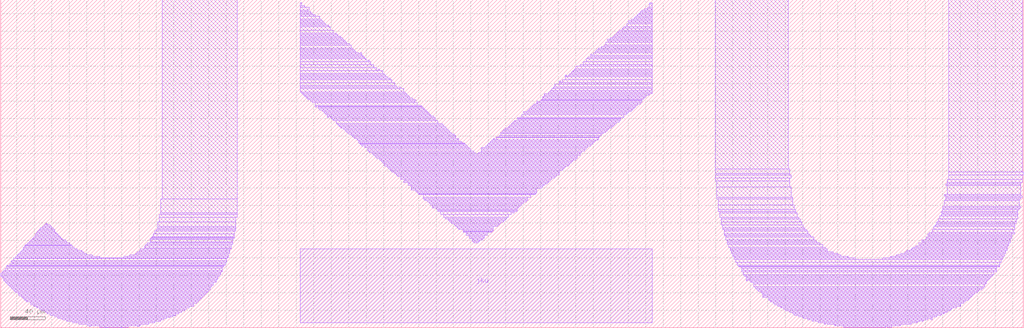
<source format=lef>
VERSION 5.7 ;
  NOWIREEXTENSIONATPIN ON ;
  DIVIDERCHAR "/" ;
  BUSBITCHARS "[]" ;
MACRO jku_logo
  CLASS BLOCK ;
  FOREIGN jku_logo ;
  ORIGIN -1.690 0.000 ;
  SIZE 1170.880 BY 376.070 ;
  PIN jku
    DIRECTION INPUT ;
    USE SIGNAL ;
    PORT
      LAYER met4 ;
        RECT 541.715 90.355 545.140 90.360 ;
        RECT 344.570 5.505 747.425 90.355 ;
    END
  END jku
  OBS
      LAYER met4 ;
        RECT 186.855 147.495 272.570 376.070 ;
        RECT 344.570 369.140 346.285 372.605 ;
        RECT 744.780 371.250 747.425 372.605 ;
        RECT 344.570 367.410 349.715 369.140 ;
        RECT 744.000 367.410 747.425 371.250 ;
        RECT 344.570 363.950 354.855 367.410 ;
        RECT 742.285 365.680 747.425 367.410 ;
        RECT 738.855 363.950 747.425 365.680 ;
        RECT 344.570 362.215 353.140 363.950 ;
        RECT 735.425 362.215 747.425 363.950 ;
        RECT 344.570 360.485 356.570 362.215 ;
        RECT 733.715 360.485 747.425 362.215 ;
        RECT 344.570 358.755 358.285 360.485 ;
        RECT 732.000 358.755 747.425 360.485 ;
        RECT 344.570 357.020 361.715 358.755 ;
        RECT 730.285 357.020 747.425 358.755 ;
        RECT 344.570 353.560 366.855 357.020 ;
        RECT 728.570 355.290 747.425 357.020 ;
        RECT 726.855 353.560 747.425 355.290 ;
        RECT 344.570 351.825 368.570 353.560 ;
        RECT 723.425 351.825 747.425 353.560 ;
        RECT 344.570 350.095 370.285 351.825 ;
        RECT 720.000 350.095 747.425 351.825 ;
        RECT 344.570 348.365 372.000 350.095 ;
        RECT 721.715 348.365 747.425 350.095 ;
        RECT 344.570 346.630 373.715 348.365 ;
        RECT 344.570 344.900 377.140 346.630 ;
        RECT 718.285 344.900 747.425 348.365 ;
        RECT 344.570 341.435 378.855 344.900 ;
        RECT 714.855 343.170 747.425 344.900 ;
        RECT 713.140 341.435 747.425 343.170 ;
        RECT 344.570 337.975 382.285 341.435 ;
        RECT 709.715 339.705 747.425 341.435 ;
        RECT 708.000 337.975 747.425 339.705 ;
        RECT 344.570 336.240 385.715 337.975 ;
        RECT 706.285 336.240 747.425 337.975 ;
        RECT 344.570 334.510 387.425 336.240 ;
        RECT 704.570 334.510 747.425 336.240 ;
        RECT 344.570 332.780 390.855 334.510 ;
        RECT 702.855 332.780 747.425 334.510 ;
        RECT 344.570 331.045 392.570 332.780 ;
        RECT 699.425 331.045 747.425 332.780 ;
        RECT 344.570 329.315 394.285 331.045 ;
        RECT 696.000 329.315 747.425 331.045 ;
        RECT 344.570 327.585 396.000 329.315 ;
        RECT 697.715 327.585 747.425 329.315 ;
        RECT 344.570 325.850 397.715 327.585 ;
        RECT 344.570 324.120 401.140 325.850 ;
        RECT 694.285 324.120 747.425 327.585 ;
        RECT 344.570 320.660 402.855 324.120 ;
        RECT 692.570 322.390 747.425 324.120 ;
        RECT 689.140 320.660 747.425 322.390 ;
        RECT 344.570 318.925 404.570 320.660 ;
        RECT 685.715 318.925 747.425 320.660 ;
        RECT 344.570 317.195 406.285 318.925 ;
        RECT 684.000 317.195 747.425 318.925 ;
        RECT 344.570 315.465 408.000 317.195 ;
        RECT 682.285 315.465 747.425 317.195 ;
        RECT 344.570 313.730 411.425 315.465 ;
        RECT 413.140 313.730 414.855 315.465 ;
        RECT 344.570 312.000 414.855 313.730 ;
        RECT 677.140 312.000 678.855 313.730 ;
        RECT 680.570 312.000 747.425 315.465 ;
        RECT 344.570 310.270 416.570 312.000 ;
        RECT 677.140 310.270 747.425 312.000 ;
        RECT 344.570 308.535 418.285 310.270 ;
        RECT 673.715 308.535 747.425 310.270 ;
        RECT 344.570 305.075 420.000 308.535 ;
        RECT 421.715 305.075 423.425 306.805 ;
        RECT 672.000 305.075 747.425 308.535 ;
        RECT 344.570 301.610 425.140 305.075 ;
        RECT 668.570 301.610 747.425 305.075 ;
        RECT 344.570 298.145 428.570 301.610 ;
        RECT 665.140 299.880 747.425 301.610 ;
        RECT 344.570 294.685 432.000 298.145 ;
        RECT 660.000 296.415 747.425 299.880 ;
        RECT 433.715 294.685 435.425 296.415 ;
        RECT 658.285 294.685 747.425 296.415 ;
        RECT 344.570 291.220 438.855 294.685 ;
        RECT 656.570 292.950 747.425 294.685 ;
        RECT 654.855 291.220 747.425 292.950 ;
        RECT 344.570 289.490 440.570 291.220 ;
        RECT 653.140 289.490 747.425 291.220 ;
        RECT 344.570 287.755 442.285 289.490 ;
        RECT 648.000 287.755 649.715 289.490 ;
        RECT 651.425 287.755 747.425 289.490 ;
        RECT 344.570 286.025 444.000 287.755 ;
        RECT 344.570 284.295 447.425 286.025 ;
        RECT 648.000 284.295 747.425 287.755 ;
        RECT 344.570 280.830 449.140 284.295 ;
        RECT 641.140 280.830 642.855 282.560 ;
        RECT 644.570 280.830 747.425 284.295 ;
        RECT 344.570 277.365 452.570 280.830 ;
        RECT 641.140 279.100 747.425 280.830 ;
        RECT 344.570 275.635 454.285 277.365 ;
        RECT 636.000 275.635 747.425 279.100 ;
        RECT 344.570 273.905 456.000 275.635 ;
        RECT 457.715 273.905 459.425 275.635 ;
        RECT 634.285 273.905 747.425 275.635 ;
        RECT 344.570 270.440 462.855 273.905 ;
        RECT 632.570 272.175 747.425 273.905 ;
        RECT 630.855 270.440 747.425 272.175 ;
        RECT 346.285 268.710 464.570 270.440 ;
        RECT 629.140 268.710 747.425 270.440 ;
        RECT 348.000 266.980 466.285 268.710 ;
        RECT 624.000 266.980 744.000 268.710 ;
        RECT 349.715 265.245 468.000 266.980 ;
        RECT 624.000 265.280 740.930 266.980 ;
        RECT 624.000 265.245 738.855 265.280 ;
        RECT 351.425 263.515 469.715 265.245 ;
        RECT 622.285 263.515 738.855 265.245 ;
        RECT 353.140 261.785 473.140 263.515 ;
        RECT 622.285 261.785 737.140 263.515 ;
        RECT 356.570 260.050 476.570 261.785 ;
        RECT 620.570 260.790 735.425 261.785 ;
        RECT 620.570 260.050 735.410 260.790 ;
        RECT 358.285 258.320 474.855 260.050 ;
        RECT 615.425 258.320 617.140 260.050 ;
        RECT 618.855 258.320 735.410 260.050 ;
        RECT 361.715 254.855 478.285 258.320 ;
        RECT 615.425 256.590 733.715 258.320 ;
        RECT 612.000 254.855 730.285 256.590 ;
        RECT 361.715 253.125 363.425 254.855 ;
        RECT 365.140 253.410 483.425 254.855 ;
        RECT 365.140 253.125 483.430 253.410 ;
        RECT 610.285 253.125 728.570 254.855 ;
        RECT 365.140 251.395 485.140 253.125 ;
        RECT 608.570 251.395 726.855 253.125 ;
        RECT 366.855 249.660 486.855 251.395 ;
        RECT 606.855 249.660 725.140 251.395 ;
        RECT 370.285 247.930 488.570 249.660 ;
        RECT 605.140 247.930 723.425 249.660 ;
        RECT 372.000 246.200 490.285 247.930 ;
        RECT 600.000 246.200 720.000 247.930 ;
        RECT 373.715 244.465 492.000 246.200 ;
        RECT 601.715 244.465 718.285 246.200 ;
        RECT 375.425 242.735 493.715 244.465 ;
        RECT 375.425 241.005 377.140 242.735 ;
        RECT 378.855 241.005 497.140 242.735 ;
        RECT 598.285 241.005 714.855 244.465 ;
        RECT 380.570 239.270 498.855 241.005 ;
        RECT 593.140 240.070 711.425 241.005 ;
        RECT 593.140 239.270 711.190 240.070 ;
        RECT 382.285 237.540 498.855 239.270 ;
        RECT 594.855 237.540 711.190 239.270 ;
        RECT 385.715 234.075 502.285 237.540 ;
        RECT 589.715 235.810 709.715 237.540 ;
        RECT 588.000 234.075 706.285 235.810 ;
        RECT 387.425 232.350 507.425 234.075 ;
        RECT 387.425 232.345 507.430 232.350 ;
        RECT 586.285 232.345 704.570 234.075 ;
        RECT 389.140 230.615 509.140 232.345 ;
        RECT 584.570 230.615 702.855 232.345 ;
        RECT 390.855 228.885 510.855 230.615 ;
        RECT 582.855 228.885 701.140 230.615 ;
        RECT 394.285 227.150 512.570 228.885 ;
        RECT 579.425 227.150 697.715 228.885 ;
        RECT 396.000 225.420 514.285 227.150 ;
        RECT 577.715 225.420 696.000 227.150 ;
        RECT 397.715 223.690 516.000 225.420 ;
        RECT 576.000 223.690 694.285 225.420 ;
        RECT 399.425 221.955 517.715 223.690 ;
        RECT 574.285 222.550 691.550 223.690 ;
        RECT 399.425 221.910 401.140 221.955 ;
        RECT 402.855 220.225 521.140 221.955 ;
        RECT 574.285 220.225 689.140 222.550 ;
        RECT 404.570 218.495 522.855 220.225 ;
        RECT 572.570 218.495 687.060 220.225 ;
        RECT 406.285 216.760 522.855 218.495 ;
        RECT 569.140 218.160 687.060 218.495 ;
        RECT 409.715 215.030 526.285 216.760 ;
        RECT 565.715 215.030 567.425 216.760 ;
        RECT 569.140 215.030 685.715 218.160 ;
        RECT 411.425 213.300 526.285 215.030 ;
        RECT 564.000 213.300 682.285 215.030 ;
        RECT 411.425 211.565 529.715 213.300 ;
        RECT 562.285 211.565 680.570 213.300 ;
        RECT 412.760 211.100 533.140 211.565 ;
        RECT 413.140 209.835 533.140 211.100 ;
        RECT 560.570 209.835 678.855 211.565 ;
        RECT 414.855 208.105 416.570 209.835 ;
        RECT 418.285 208.105 534.855 209.835 ;
        RECT 558.855 208.105 677.140 209.835 ;
        RECT 418.285 206.370 536.570 208.105 ;
        RECT 557.140 206.370 673.715 208.105 ;
        RECT 421.715 204.640 538.285 206.370 ;
        RECT 552.000 204.640 672.000 206.370 ;
        RECT 421.715 202.910 540.000 204.640 ;
        RECT 552.000 202.910 670.285 204.640 ;
        RECT 423.425 201.175 543.425 202.910 ;
        RECT 552.000 201.175 666.855 202.910 ;
        RECT 426.855 199.445 545.140 201.175 ;
        RECT 548.570 199.445 665.140 201.175 ;
        RECT 428.570 197.715 665.140 199.445 ;
        RECT 430.285 195.980 661.715 197.715 ;
        RECT 663.425 197.650 665.140 197.715 ;
        RECT 432.000 194.250 661.715 195.980 ;
        RECT 435.425 192.520 660.000 194.250 ;
        RECT 437.140 190.785 656.570 192.520 ;
        RECT 438.855 189.055 654.855 190.785 ;
        RECT 440.570 187.240 653.140 189.055 ;
        RECT 440.570 185.595 651.700 187.240 ;
        RECT 444.000 183.860 648.000 185.595 ;
        RECT 445.715 182.130 646.285 183.860 ;
        RECT 819.425 182.130 903.425 376.070 ;
        RECT 447.425 180.400 644.570 182.130 ;
        RECT 449.140 178.665 641.140 180.400 ;
        RECT 452.570 176.935 641.140 178.665 ;
        RECT 819.425 176.935 905.140 182.130 ;
        RECT 454.285 175.205 641.140 176.935 ;
        RECT 821.140 175.205 905.140 176.935 ;
        RECT 1086.855 178.665 1170.855 376.070 ;
        RECT 1086.855 175.205 1172.570 178.665 ;
        RECT 456.000 173.470 637.715 175.205 ;
        RECT 459.425 171.770 636.000 173.470 ;
        RECT 459.425 170.010 632.570 171.770 ;
        RECT 634.285 171.740 636.000 171.770 ;
        RECT 819.425 171.740 906.855 175.205 ;
        RECT 464.570 168.275 630.855 170.010 ;
        RECT 819.425 168.275 905.140 171.740 ;
        RECT 1086.855 170.010 1170.855 175.205 ;
        RECT 462.855 166.545 629.140 168.275 ;
        RECT 468.000 164.815 627.425 166.545 ;
        RECT 468.000 163.080 624.000 164.815 ;
        RECT 471.425 161.350 622.285 163.080 ;
        RECT 821.140 161.350 905.140 168.275 ;
        RECT 1085.140 166.545 1170.855 170.010 ;
        RECT 1085.140 164.815 1169.140 166.545 ;
        RECT 1083.425 163.080 1169.140 164.815 ;
        RECT 471.425 159.620 620.570 161.350 ;
        RECT 471.425 157.885 615.425 159.620 ;
        RECT 476.570 156.155 615.425 157.885 ;
        RECT 478.285 154.425 615.520 156.155 ;
        RECT 480.000 153.680 613.920 154.425 ;
        RECT 480.000 152.690 613.715 153.680 ;
        RECT 485.140 149.230 608.570 152.690 ;
        RECT 821.140 149.230 906.855 161.350 ;
        RECT 1085.140 152.690 1169.140 163.080 ;
        RECT 1081.715 150.960 1169.140 152.690 ;
        RECT 1083.425 149.230 1170.855 150.960 ;
        RECT 485.140 147.495 605.140 149.230 ;
        RECT 821.140 147.495 908.570 149.230 ;
        RECT 185.140 131.915 272.570 147.495 ;
        RECT 486.855 145.765 605.140 147.495 ;
        RECT 490.285 144.035 603.425 145.765 ;
        RECT 492.000 142.305 600.000 144.035 ;
        RECT 493.715 140.570 598.285 142.305 ;
        RECT 822.855 140.570 908.570 147.495 ;
        RECT 1083.425 147.495 1169.140 149.230 ;
        RECT 1083.425 145.765 1167.425 147.495 ;
        RECT 495.425 138.840 596.570 140.570 ;
        RECT 495.425 137.110 594.855 138.840 ;
        RECT 500.570 135.375 593.280 137.110 ;
        RECT 502.285 134.470 593.280 135.375 ;
        RECT 822.855 135.375 910.285 140.570 ;
        RECT 1081.715 138.840 1167.425 145.765 ;
        RECT 1080.000 137.110 1169.140 138.840 ;
        RECT 1080.000 135.375 1167.425 137.110 ;
        RECT 502.285 133.645 593.140 134.470 ;
        RECT 822.855 133.645 912.000 135.375 ;
        RECT 1080.000 133.645 1165.715 135.375 ;
        RECT 185.140 130.180 272.600 131.915 ;
        RECT 505.715 130.180 586.285 133.645 ;
        RECT 588.000 131.915 589.715 133.645 ;
        RECT 824.570 131.915 912.000 133.645 ;
        RECT 1078.285 131.915 1165.715 133.645 ;
        RECT 183.425 126.720 272.570 130.180 ;
        RECT 509.140 126.720 582.855 130.180 ;
        RECT 824.570 126.720 913.715 131.915 ;
        RECT 1080.000 130.180 1165.715 131.915 ;
        RECT 1078.285 128.450 1165.715 130.180 ;
        RECT 183.425 121.525 270.855 126.720 ;
        RECT 510.855 124.985 581.140 126.720 ;
        RECT 826.285 124.985 915.425 126.720 ;
        RECT 1076.570 124.985 1165.715 128.450 ;
        RECT 514.285 123.255 579.425 124.985 ;
        RECT 516.000 121.525 577.715 123.255 ;
        RECT 826.285 121.525 917.140 124.985 ;
        RECT 1074.855 121.525 1164.000 124.985 ;
        RECT 53.140 118.060 54.855 119.790 ;
        RECT 51.425 116.330 58.285 118.060 ;
        RECT 181.715 116.330 270.855 121.525 ;
        RECT 517.715 119.790 574.285 121.525 ;
        RECT 521.140 118.060 572.570 119.790 ;
        RECT 826.285 118.060 918.855 121.525 ;
        RECT 1073.140 119.790 1164.000 121.525 ;
        RECT 1073.140 118.060 1162.285 119.790 ;
        RECT 522.855 116.330 570.855 118.060 ;
        RECT 49.715 114.610 60.000 116.330 ;
        RECT 47.190 114.595 60.000 114.610 ;
        RECT 181.660 114.595 270.855 116.330 ;
        RECT 524.570 114.595 565.715 116.330 ;
        RECT 47.190 112.865 61.715 114.595 ;
        RECT 181.715 112.865 270.855 114.595 ;
        RECT 526.285 112.865 565.715 114.595 ;
        RECT 828.000 114.595 920.570 118.060 ;
        RECT 1071.425 116.330 1162.285 118.060 ;
        RECT 828.000 112.865 922.285 114.595 ;
        RECT 1069.715 112.865 1162.285 116.330 ;
        RECT 45.910 111.190 63.425 112.865 ;
        RECT 44.100 109.400 63.425 111.190 ;
        RECT 180.000 111.135 270.855 112.865 ;
        RECT 531.425 111.135 565.715 112.865 ;
        RECT 829.715 111.135 924.000 112.865 ;
        RECT 42.855 107.670 65.140 109.400 ;
        RECT 178.285 107.760 269.140 111.135 ;
        RECT 531.425 110.340 564.270 111.135 ;
        RECT 531.425 109.400 564.000 110.340 ;
        RECT 178.285 107.670 268.980 107.760 ;
        RECT 534.855 107.670 558.855 109.400 ;
        RECT 41.140 106.110 66.855 107.670 ;
        RECT 41.130 105.940 66.855 106.110 ;
        RECT 41.130 104.205 68.570 105.940 ;
        RECT 176.570 104.205 268.980 107.670 ;
        RECT 534.550 105.940 558.855 107.670 ;
        RECT 829.715 107.670 925.715 111.135 ;
        RECT 1068.000 109.400 1160.570 112.865 ;
        RECT 1064.570 107.670 1162.285 109.400 ;
        RECT 829.715 105.940 927.425 107.670 ;
        RECT 1062.855 105.940 1158.855 107.670 ;
        RECT 538.285 104.205 555.425 105.940 ;
        RECT 831.425 104.205 929.140 105.940 ;
        RECT 1064.570 104.205 1158.855 105.940 ;
        RECT 39.425 102.475 70.285 104.205 ;
        RECT 174.855 103.340 268.980 104.205 ;
        RECT 174.855 102.475 269.140 103.340 ;
        RECT 538.060 102.475 555.470 104.205 ;
        RECT 37.715 100.745 72.000 102.475 ;
        RECT 173.140 101.430 267.425 102.475 ;
        RECT 36.000 99.130 75.900 100.745 ;
        RECT 36.000 99.015 77.140 99.130 ;
        RECT 34.285 97.280 77.140 99.015 ;
        RECT 173.040 98.280 267.425 101.430 ;
        RECT 541.715 100.745 553.715 102.475 ;
        RECT 831.425 100.745 932.570 104.205 ;
        RECT 1061.140 102.475 1158.855 104.205 ;
        RECT 1061.140 100.745 1157.140 102.475 ;
        RECT 541.715 99.015 550.285 100.745 ;
        RECT 833.140 99.015 934.285 100.745 ;
        RECT 1056.000 99.015 1157.140 100.745 ;
        RECT 173.140 97.280 267.425 98.280 ;
        RECT 543.425 97.280 548.570 99.015 ;
        RECT 833.140 97.280 936.000 99.015 ;
        RECT 1057.715 97.280 1157.140 99.015 ;
        RECT 32.570 95.550 80.570 97.280 ;
        RECT 169.715 95.550 267.425 97.280 ;
        RECT 833.140 95.580 939.425 97.280 ;
        RECT 833.140 95.550 939.450 95.580 ;
        RECT 1052.570 95.550 1155.425 97.280 ;
        RECT 30.220 94.620 82.285 95.550 ;
        RECT 29.140 93.820 82.285 94.620 ;
        RECT 168.000 93.820 265.715 95.550 ;
        RECT 29.140 92.085 84.000 93.820 ;
        RECT 27.425 90.355 85.715 92.085 ;
        RECT 166.360 91.480 265.715 93.820 ;
        RECT 834.855 92.085 942.855 95.550 ;
        RECT 1054.285 93.820 1155.425 95.550 ;
        RECT 1049.140 92.085 1153.715 93.820 ;
        RECT 166.285 90.355 265.715 91.480 ;
        RECT 836.570 90.355 946.285 92.085 ;
        RECT 1045.715 90.355 1153.715 92.085 ;
        RECT 27.425 88.625 89.140 90.355 ;
        RECT 161.140 88.920 264.000 90.355 ;
        RECT 25.715 86.890 94.285 88.625 ;
        RECT 160.630 86.890 264.000 88.920 ;
        RECT 836.570 88.625 948.000 90.355 ;
        RECT 1044.000 88.625 1153.715 90.355 ;
        RECT 24.000 85.160 96.000 86.890 ;
        RECT 157.715 85.160 264.000 86.890 ;
        RECT 838.285 86.890 948.000 88.625 ;
        RECT 1038.855 86.890 1152.000 88.625 ;
        RECT 838.285 85.160 954.855 86.890 ;
        RECT 1037.140 85.160 1152.000 86.890 ;
        RECT 22.285 83.430 99.425 85.160 ;
        RECT 152.570 83.430 154.285 83.470 ;
        RECT 156.000 83.430 262.285 85.160 ;
        RECT 20.570 81.695 106.285 83.430 ;
        RECT 144.000 81.695 145.715 81.700 ;
        RECT 149.140 81.695 262.285 83.430 ;
        RECT 840.000 83.430 960.000 85.160 ;
        RECT 1032.000 83.430 1150.285 85.160 ;
        RECT 840.000 81.695 963.425 83.430 ;
        RECT 1026.855 81.695 1150.285 83.430 ;
        RECT 18.855 79.965 109.715 81.695 ;
        RECT 111.425 79.965 114.855 81.695 ;
        RECT 142.285 79.965 262.410 81.695 ;
        RECT 841.715 79.965 972.000 81.695 ;
        RECT 1020.000 79.965 1148.570 81.695 ;
        RECT 18.855 79.320 260.570 79.965 ;
        RECT 16.400 76.500 260.570 79.320 ;
        RECT 841.715 78.235 980.570 79.965 ;
        RECT 1011.425 78.235 1148.570 79.965 ;
        RECT 13.715 74.770 260.570 76.500 ;
        RECT 843.425 74.770 1146.855 78.235 ;
        RECT 15.425 73.040 258.855 74.770 ;
        RECT 12.000 71.305 258.855 73.040 ;
        RECT 845.140 71.305 1145.140 74.770 ;
        RECT 8.570 71.180 10.285 71.305 ;
        RECT 12.000 71.180 257.140 71.305 ;
        RECT 8.570 69.575 257.140 71.180 ;
        RECT 846.855 70.130 1145.140 71.305 ;
        RECT 846.855 69.575 1141.715 70.130 ;
        RECT 1143.425 69.575 1145.140 70.130 ;
        RECT 8.570 67.845 255.425 69.575 ;
        RECT 6.855 66.110 255.425 67.845 ;
        RECT 850.285 67.845 1141.715 69.575 ;
        RECT 850.285 66.110 1141.620 67.845 ;
        RECT 5.140 64.380 255.450 66.110 ;
        RECT 850.285 64.380 1141.715 66.110 ;
        RECT 3.425 62.650 253.715 64.380 ;
        RECT 1.715 60.915 253.715 62.650 ;
        RECT 852.000 60.915 1138.285 64.380 ;
        RECT 1.690 59.185 252.000 60.915 ;
        RECT 853.715 59.185 1136.570 60.915 ;
        RECT 3.425 57.455 250.285 59.185 ;
        RECT 5.140 55.720 250.285 57.455 ;
        RECT 855.425 57.455 1134.855 59.185 ;
        RECT 855.425 55.720 1133.140 57.455 ;
        RECT 5.140 53.990 248.570 55.720 ;
        RECT 855.425 53.990 857.140 55.720 ;
        RECT 858.855 53.990 1131.425 55.720 ;
        RECT 6.855 52.360 248.570 53.990 ;
        RECT 6.855 52.260 246.130 52.360 ;
        RECT 860.570 52.260 1129.715 53.990 ;
        RECT 8.570 50.530 245.140 52.260 ;
        RECT 10.285 48.795 245.140 50.530 ;
        RECT 864.000 50.530 1129.715 52.260 ;
        RECT 12.000 47.065 243.425 48.795 ;
        RECT 864.000 47.065 1128.000 50.530 ;
        RECT 13.715 45.335 241.715 47.065 ;
        RECT 865.715 45.335 1126.285 47.065 ;
        RECT 15.425 43.600 241.715 45.335 ;
        RECT 867.425 43.600 1124.570 45.335 ;
        RECT 17.140 41.870 240.000 43.600 ;
        RECT 869.140 41.870 1121.140 43.600 ;
        RECT 18.855 40.140 238.285 41.870 ;
        RECT 872.570 40.140 1119.425 41.870 ;
        RECT 19.830 40.100 236.570 40.140 ;
        RECT 22.285 38.405 236.570 40.100 ;
        RECT 874.285 38.405 1116.000 40.140 ;
        RECT 22.285 36.675 234.855 38.405 ;
        RECT 874.285 36.675 876.000 38.405 ;
        RECT 877.715 36.675 1114.285 38.405 ;
        RECT 25.715 34.945 233.140 36.675 ;
        RECT 874.285 34.945 1112.570 36.675 ;
        RECT 27.425 33.210 231.425 34.945 ;
        RECT 881.140 33.210 1110.855 34.945 ;
        RECT 29.140 31.480 229.715 33.210 ;
        RECT 881.140 31.480 1109.140 33.210 ;
        RECT 30.855 29.750 228.000 31.480 ;
        RECT 882.855 29.750 1105.715 31.480 ;
        RECT 31.600 29.610 226.285 29.750 ;
        RECT 36.000 28.230 226.285 29.610 ;
        RECT 36.000 26.285 222.855 28.230 ;
        RECT 224.570 28.015 226.285 28.230 ;
        RECT 886.285 28.015 1104.000 29.750 ;
        RECT 888.000 26.285 1100.570 28.015 ;
        RECT 39.425 24.555 222.855 26.285 ;
        RECT 891.425 24.555 1100.570 26.285 ;
        RECT 42.855 22.820 217.715 24.555 ;
        RECT 894.855 22.820 1095.425 24.555 ;
        RECT 46.285 21.090 214.285 22.820 ;
        RECT 898.285 21.090 1090.285 22.820 ;
        RECT 48.000 19.360 212.570 21.090 ;
        RECT 900.000 19.360 1088.570 21.090 ;
        RECT 53.140 17.625 209.140 19.360 ;
        RECT 905.140 17.625 1085.140 19.360 ;
        RECT 54.855 15.895 205.715 17.625 ;
        RECT 908.570 15.895 1081.715 17.625 ;
        RECT 58.285 14.165 202.285 15.895 ;
        RECT 910.285 14.165 1078.285 15.895 ;
        RECT 63.425 12.430 198.855 14.165 ;
        RECT 200.570 13.920 202.285 14.165 ;
        RECT 915.425 12.430 1073.140 14.165 ;
        RECT 66.855 10.700 192.000 12.430 ;
        RECT 193.715 12.250 195.425 12.430 ;
        RECT 920.570 10.700 1068.000 12.430 ;
        RECT 72.000 8.970 188.570 10.700 ;
        RECT 925.715 8.970 1062.855 10.700 ;
        RECT 1066.285 8.970 1068.000 10.700 ;
        RECT 77.140 7.240 185.140 8.970 ;
        RECT 930.855 7.240 932.570 8.970 ;
        RECT 934.285 7.240 1054.285 8.970 ;
        RECT 1056.000 7.240 1057.715 8.970 ;
        RECT 84.000 5.505 178.285 7.240 ;
        RECT 937.715 5.505 1050.855 7.240 ;
        RECT 90.855 3.775 171.425 5.505 ;
        RECT 944.570 3.775 946.285 5.505 ;
        RECT 948.000 3.775 1044.000 5.505 ;
        RECT 101.140 2.045 161.140 3.775 ;
        RECT 956.570 2.045 1032.000 3.775 ;
        RECT 102.855 1.860 104.570 2.045 ;
        RECT 114.855 0.310 147.425 2.045 ;
        RECT 157.715 1.960 159.425 2.045 ;
        RECT 966.855 0.310 1014.855 2.045 ;
        RECT 1016.570 0.310 1021.715 2.045 ;
        RECT 121.715 0.000 123.425 0.310 ;
        RECT 138.855 0.000 140.570 0.310 ;
  END
END jku_logo
END LIBRARY


</source>
